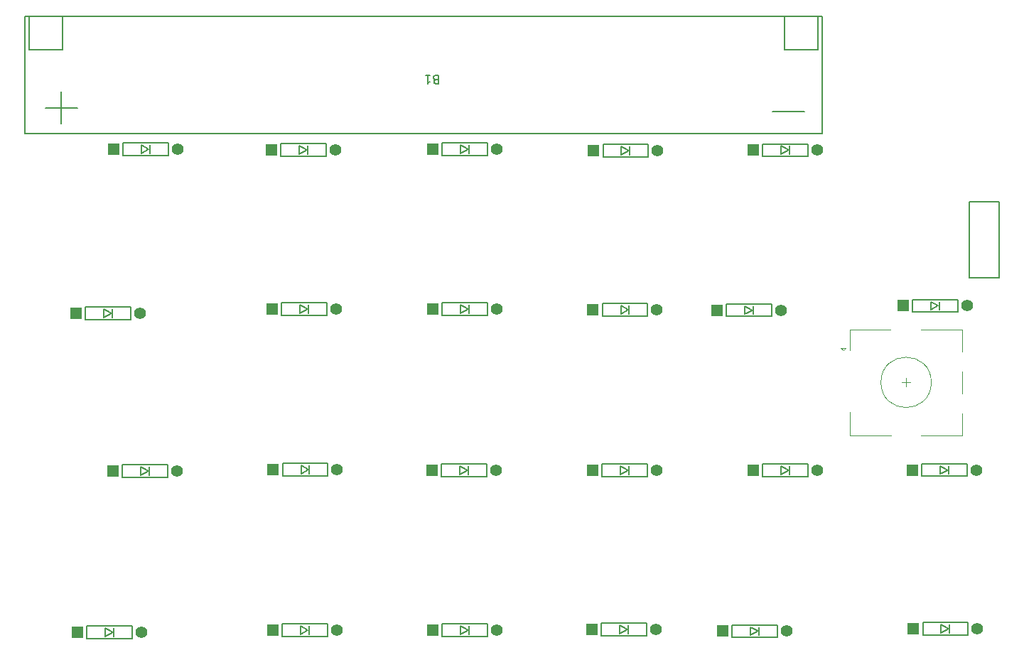
<source format=gbr>
%TF.GenerationSoftware,KiCad,Pcbnew,8.0.7*%
%TF.CreationDate,2025-02-15T16:26:46+09:00*%
%TF.ProjectId,cool642tb_L,636f6f6c-3634-4327-9462-5f4c2e6b6963,rev?*%
%TF.SameCoordinates,Original*%
%TF.FileFunction,Legend,Top*%
%TF.FilePolarity,Positive*%
%FSLAX46Y46*%
G04 Gerber Fmt 4.6, Leading zero omitted, Abs format (unit mm)*
G04 Created by KiCad (PCBNEW 8.0.7) date 2025-02-15 16:26:46*
%MOMM*%
%LPD*%
G01*
G04 APERTURE LIST*
%ADD10C,0.150000*%
%ADD11C,0.120000*%
%ADD12R,1.397000X1.397000*%
%ADD13C,1.397000*%
G04 APERTURE END LIST*
D10*
X39324761Y16891009D02*
X39181904Y16938628D01*
X39181904Y16938628D02*
X39134285Y16986247D01*
X39134285Y16986247D02*
X39086666Y17081485D01*
X39086666Y17081485D02*
X39086666Y17224342D01*
X39086666Y17224342D02*
X39134285Y17319580D01*
X39134285Y17319580D02*
X39181904Y17367200D01*
X39181904Y17367200D02*
X39277142Y17414819D01*
X39277142Y17414819D02*
X39658094Y17414819D01*
X39658094Y17414819D02*
X39658094Y16414819D01*
X39658094Y16414819D02*
X39324761Y16414819D01*
X39324761Y16414819D02*
X39229523Y16462438D01*
X39229523Y16462438D02*
X39181904Y16510057D01*
X39181904Y16510057D02*
X39134285Y16605295D01*
X39134285Y16605295D02*
X39134285Y16700533D01*
X39134285Y16700533D02*
X39181904Y16795771D01*
X39181904Y16795771D02*
X39229523Y16843390D01*
X39229523Y16843390D02*
X39324761Y16891009D01*
X39324761Y16891009D02*
X39658094Y16891009D01*
X38134285Y17414819D02*
X38705713Y17414819D01*
X38419999Y17414819D02*
X38419999Y16414819D01*
X38419999Y16414819D02*
X38515237Y16557676D01*
X38515237Y16557676D02*
X38610475Y16652914D01*
X38610475Y16652914D02*
X38705713Y16700533D01*
X83300839Y13135533D02*
X79491316Y13135533D01*
X-3369160Y13565533D02*
X-7178684Y13565533D01*
X-5273922Y15470295D02*
X-5273922Y11660771D01*
%TO.C,D3*%
X2000000Y-28970000D02*
X2000000Y-30470000D01*
X2000000Y-30470000D02*
X7400000Y-30470000D01*
X4200000Y-29220000D02*
X5100000Y-29720000D01*
X4200000Y-30220000D02*
X4200000Y-29220000D01*
X5100000Y-29720000D02*
X4200000Y-30220000D01*
X5200000Y-30220000D02*
X5200000Y-29220000D01*
X7400000Y-28970000D02*
X2000000Y-28970000D01*
X7400000Y-30470000D02*
X7400000Y-28970000D01*
%TO.C,B1*%
X-5080000Y20460000D02*
X-9080000Y20460000D01*
X-9080000Y24460000D01*
X-5080000Y24460000D01*
X-5080000Y20460000D01*
X84920000Y20460000D02*
X80920000Y20460000D01*
X80920000Y24460000D01*
X84920000Y24460000D01*
X84920000Y20460000D01*
X85420000Y10460000D02*
X-9580000Y10460000D01*
X-9580000Y24460000D01*
X85420000Y24460000D01*
X85420000Y10460000D01*
%TO.C,D13*%
X59280000Y9230000D02*
X59280000Y7730000D01*
X59280000Y7730000D02*
X64680000Y7730000D01*
X61480000Y8980000D02*
X62380000Y8480000D01*
X61480000Y7980000D02*
X61480000Y8980000D01*
X62380000Y8480000D02*
X61480000Y7980000D01*
X62480000Y7980000D02*
X62480000Y8980000D01*
X64680000Y9230000D02*
X59280000Y9230000D01*
X64680000Y7730000D02*
X64680000Y9230000D01*
%TO.C,D10*%
X40110000Y-9670000D02*
X40110000Y-11170000D01*
X40110000Y-11170000D02*
X45510000Y-11170000D01*
X42310000Y-9920000D02*
X43210000Y-10420000D01*
X42310000Y-10920000D02*
X42310000Y-9920000D01*
X43210000Y-10420000D02*
X42310000Y-10920000D01*
X43310000Y-10920000D02*
X43310000Y-9920000D01*
X45510000Y-9670000D02*
X40110000Y-9670000D01*
X45510000Y-11170000D02*
X45510000Y-9670000D01*
%TO.C,D19*%
X78300000Y-28880000D02*
X78300000Y-30380000D01*
X78300000Y-30380000D02*
X83700000Y-30380000D01*
X80500000Y-29130000D02*
X81400000Y-29630000D01*
X80500000Y-30130000D02*
X80500000Y-29130000D01*
X81400000Y-29630000D02*
X80500000Y-30130000D01*
X81500000Y-30130000D02*
X81500000Y-29130000D01*
X83700000Y-28880000D02*
X78300000Y-28880000D01*
X83700000Y-30380000D02*
X83700000Y-28880000D01*
%TO.C,D16*%
X59070000Y-47850000D02*
X59070000Y-49350000D01*
X59070000Y-49350000D02*
X64470000Y-49350000D01*
X61270000Y-48100000D02*
X62170000Y-48600000D01*
X61270000Y-49100000D02*
X61270000Y-48100000D01*
X62170000Y-48600000D02*
X61270000Y-49100000D01*
X62270000Y-49100000D02*
X62270000Y-48100000D01*
X64470000Y-47850000D02*
X59070000Y-47850000D01*
X64470000Y-49350000D02*
X64470000Y-47850000D01*
%TO.C,D7*%
X21100000Y-28820000D02*
X21100000Y-30320000D01*
X21100000Y-30320000D02*
X26500000Y-30320000D01*
X23300000Y-29070000D02*
X24200000Y-29570000D01*
X23300000Y-30070000D02*
X23300000Y-29070000D01*
X24200000Y-29570000D02*
X23300000Y-30070000D01*
X24300000Y-30070000D02*
X24300000Y-29070000D01*
X26500000Y-28820000D02*
X21100000Y-28820000D01*
X26500000Y-30320000D02*
X26500000Y-28820000D01*
%TO.C,D21*%
X96135000Y-9290000D02*
X96135000Y-10790000D01*
X96135000Y-10790000D02*
X101535000Y-10790000D01*
X98335000Y-9540000D02*
X99235000Y-10040000D01*
X98335000Y-10540000D02*
X98335000Y-9540000D01*
X99235000Y-10040000D02*
X98335000Y-10540000D01*
X99335000Y-10540000D02*
X99335000Y-9540000D01*
X101535000Y-9290000D02*
X96135000Y-9290000D01*
X101535000Y-10790000D02*
X101535000Y-9290000D01*
%TO.C,D14*%
X59200000Y-9740000D02*
X59200000Y-11240000D01*
X59200000Y-11240000D02*
X64600000Y-11240000D01*
X61400000Y-9990000D02*
X62300000Y-10490000D01*
X61400000Y-10990000D02*
X61400000Y-9990000D01*
X62300000Y-10490000D02*
X61400000Y-10990000D01*
X62400000Y-10990000D02*
X62400000Y-9990000D01*
X64600000Y-9740000D02*
X59200000Y-9740000D01*
X64600000Y-11240000D02*
X64600000Y-9740000D01*
%TO.C,D18*%
X73965000Y-9800000D02*
X73965000Y-11300000D01*
X73965000Y-11300000D02*
X79365000Y-11300000D01*
X76165000Y-10050000D02*
X77065000Y-10550000D01*
X76165000Y-11050000D02*
X76165000Y-10050000D01*
X77065000Y-10550000D02*
X76165000Y-11050000D01*
X77165000Y-11050000D02*
X77165000Y-10050000D01*
X79365000Y-9800000D02*
X73965000Y-9800000D01*
X79365000Y-11300000D02*
X79365000Y-9800000D01*
%TO.C,D5*%
X20880000Y9270000D02*
X20880000Y7770000D01*
X20880000Y7770000D02*
X26280000Y7770000D01*
X23080000Y9020000D02*
X23980000Y8520000D01*
X23080000Y8020000D02*
X23080000Y9020000D01*
X23980000Y8520000D02*
X23080000Y8020000D01*
X24080000Y8020000D02*
X24080000Y9020000D01*
X26280000Y9270000D02*
X20880000Y9270000D01*
X26280000Y7770000D02*
X26280000Y9270000D01*
%TO.C,D9*%
X40120000Y9360000D02*
X40120000Y7860000D01*
X40120000Y7860000D02*
X45520000Y7860000D01*
X42320000Y9110000D02*
X43220000Y8610000D01*
X42320000Y8110000D02*
X42320000Y9110000D01*
X43220000Y8610000D02*
X42320000Y8110000D01*
X43320000Y8110000D02*
X43320000Y9110000D01*
X45520000Y9360000D02*
X40120000Y9360000D01*
X45520000Y7860000D02*
X45520000Y9360000D01*
%TO.C,D8*%
X21030000Y-47920000D02*
X21030000Y-49420000D01*
X21030000Y-49420000D02*
X26430000Y-49420000D01*
X23230000Y-48170000D02*
X24130000Y-48670000D01*
X23230000Y-49170000D02*
X23230000Y-48170000D01*
X24130000Y-48670000D02*
X23230000Y-49170000D01*
X24230000Y-49170000D02*
X24230000Y-48170000D01*
X26430000Y-47920000D02*
X21030000Y-47920000D01*
X26430000Y-49420000D02*
X26430000Y-47920000D01*
%TO.C,D23*%
X97380000Y-47760000D02*
X97380000Y-49260000D01*
X97380000Y-49260000D02*
X102780000Y-49260000D01*
X99580000Y-48010000D02*
X100480000Y-48510000D01*
X99580000Y-49010000D02*
X99580000Y-48010000D01*
X100480000Y-48510000D02*
X99580000Y-49010000D01*
X100580000Y-49010000D02*
X100580000Y-48010000D01*
X102780000Y-47760000D02*
X97380000Y-47760000D01*
X102780000Y-49260000D02*
X102780000Y-47760000D01*
%TO.C,D11*%
X40010000Y-28900000D02*
X40010000Y-30400000D01*
X40010000Y-30400000D02*
X45410000Y-30400000D01*
X42210000Y-29150000D02*
X43110000Y-29650000D01*
X42210000Y-30150000D02*
X42210000Y-29150000D01*
X43110000Y-29650000D02*
X42210000Y-30150000D01*
X43210000Y-30150000D02*
X43210000Y-29150000D01*
X45410000Y-28900000D02*
X40010000Y-28900000D01*
X45410000Y-30400000D02*
X45410000Y-28900000D01*
D11*
%TO.C,SW21*%
X87600000Y-15060000D02*
X88200000Y-15060000D01*
X87900000Y-15360000D02*
X87600000Y-15060000D01*
X88200000Y-15060000D02*
X87900000Y-15360000D01*
X88700000Y-12860000D02*
X88700000Y-15360000D01*
X88700000Y-25460000D02*
X88700000Y-22660000D01*
X93500000Y-12860000D02*
X88700000Y-12860000D01*
X93600000Y-25460000D02*
X88700000Y-25460000D01*
X94900000Y-19160000D02*
X95900000Y-19160000D01*
X95400000Y-18660000D02*
X95400000Y-19660000D01*
X97200000Y-12860000D02*
X102100000Y-12860000D01*
X102100000Y-12860000D02*
X102100000Y-15460000D01*
X102100000Y-17860000D02*
X102100000Y-20460000D01*
X102100000Y-22860000D02*
X102100000Y-25460000D01*
X102100000Y-25460000D02*
X97200000Y-25460000D01*
X98400000Y-19160000D02*
G75*
G02*
X92400000Y-19160000I-3000000J0D01*
G01*
X92400000Y-19160000D02*
G75*
G02*
X98400000Y-19160000I3000000J0D01*
G01*
D10*
%TO.C,D6*%
X21000000Y-9670000D02*
X21000000Y-11170000D01*
X21000000Y-11170000D02*
X26400000Y-11170000D01*
X23200000Y-9920000D02*
X24100000Y-10420000D01*
X23200000Y-10920000D02*
X23200000Y-9920000D01*
X24100000Y-10420000D02*
X23200000Y-10920000D01*
X24200000Y-10920000D02*
X24200000Y-9920000D01*
X26400000Y-9670000D02*
X21000000Y-9670000D01*
X26400000Y-11170000D02*
X26400000Y-9670000D01*
%TO.C,SW24*%
X102940000Y2340000D02*
X106440000Y2340000D01*
X102940000Y-6660000D02*
X102940000Y2340000D01*
X106440000Y2340000D02*
X106440000Y-6660000D01*
X106440000Y-6660000D02*
X102940000Y-6660000D01*
%TO.C,D15*%
X59150000Y-28870000D02*
X59150000Y-30370000D01*
X59150000Y-30370000D02*
X64550000Y-30370000D01*
X61350000Y-29120000D02*
X62250000Y-29620000D01*
X61350000Y-30120000D02*
X61350000Y-29120000D01*
X62250000Y-29620000D02*
X61350000Y-30120000D01*
X62350000Y-30120000D02*
X62350000Y-29120000D01*
X64550000Y-28870000D02*
X59150000Y-28870000D01*
X64550000Y-30370000D02*
X64550000Y-28870000D01*
%TO.C,D2*%
X-2390000Y-10170000D02*
X-2390000Y-11670000D01*
X-2390000Y-11670000D02*
X3010000Y-11670000D01*
X-190000Y-10420000D02*
X710000Y-10920000D01*
X-190000Y-11420000D02*
X-190000Y-10420000D01*
X710000Y-10920000D02*
X-190000Y-11420000D01*
X810000Y-11420000D02*
X810000Y-10420000D01*
X3010000Y-10170000D02*
X-2390000Y-10170000D01*
X3010000Y-11670000D02*
X3010000Y-10170000D01*
%TO.C,D12*%
X40100000Y-47940000D02*
X40100000Y-49440000D01*
X40100000Y-49440000D02*
X45500000Y-49440000D01*
X42300000Y-48190000D02*
X43200000Y-48690000D01*
X42300000Y-49190000D02*
X42300000Y-48190000D01*
X43200000Y-48690000D02*
X42300000Y-49190000D01*
X43300000Y-49190000D02*
X43300000Y-48190000D01*
X45500000Y-47940000D02*
X40100000Y-47940000D01*
X45500000Y-49440000D02*
X45500000Y-47940000D01*
%TO.C,D4*%
X-2190000Y-48220000D02*
X-2190000Y-49720000D01*
X-2190000Y-49720000D02*
X3210000Y-49720000D01*
X10000Y-48470000D02*
X910000Y-48970000D01*
X10000Y-49470000D02*
X10000Y-48470000D01*
X910000Y-48970000D02*
X10000Y-49470000D01*
X1010000Y-49470000D02*
X1010000Y-48470000D01*
X3210000Y-48220000D02*
X-2190000Y-48220000D01*
X3210000Y-49720000D02*
X3210000Y-48220000D01*
%TO.C,D1*%
X2070000Y9400000D02*
X2070000Y7900000D01*
X2070000Y7900000D02*
X7470000Y7900000D01*
X4270000Y9150000D02*
X5170000Y8650000D01*
X4270000Y8150000D02*
X4270000Y9150000D01*
X5170000Y8650000D02*
X4270000Y8150000D01*
X5270000Y8150000D02*
X5270000Y9150000D01*
X7470000Y9400000D02*
X2070000Y9400000D01*
X7470000Y7900000D02*
X7470000Y9400000D01*
%TO.C,D17*%
X78305000Y9260000D02*
X78305000Y7760000D01*
X78305000Y7760000D02*
X83705000Y7760000D01*
X80505000Y9010000D02*
X81405000Y8510000D01*
X80505000Y8010000D02*
X80505000Y9010000D01*
X81405000Y8510000D02*
X80505000Y8010000D01*
X81505000Y8010000D02*
X81505000Y9010000D01*
X83705000Y9260000D02*
X78305000Y9260000D01*
X83705000Y7760000D02*
X83705000Y9260000D01*
%TO.C,D22*%
X97280000Y-28850000D02*
X97280000Y-30350000D01*
X97280000Y-30350000D02*
X102680000Y-30350000D01*
X99480000Y-29100000D02*
X100380000Y-29600000D01*
X99480000Y-30100000D02*
X99480000Y-29100000D01*
X100380000Y-29600000D02*
X99480000Y-30100000D01*
X100480000Y-30100000D02*
X100480000Y-29100000D01*
X102680000Y-28850000D02*
X97280000Y-28850000D01*
X102680000Y-30350000D02*
X102680000Y-28850000D01*
%TO.C,D20*%
X74650000Y-48060000D02*
X74650000Y-49560000D01*
X74650000Y-49560000D02*
X80050000Y-49560000D01*
X76850000Y-48310000D02*
X77750000Y-48810000D01*
X76850000Y-49310000D02*
X76850000Y-48310000D01*
X77750000Y-48810000D02*
X76850000Y-49310000D01*
X77850000Y-49310000D02*
X77850000Y-48310000D01*
X80050000Y-48060000D02*
X74650000Y-48060000D01*
X80050000Y-49560000D02*
X80050000Y-48060000D01*
%TD*%
D12*
%TO.C,D3*%
X890000Y-29720000D03*
D13*
X8510000Y-29720000D03*
%TD*%
D12*
%TO.C,D13*%
X58170000Y8480000D03*
D13*
X65790000Y8480000D03*
%TD*%
D12*
%TO.C,D10*%
X39000000Y-10420000D03*
D13*
X46620000Y-10420000D03*
%TD*%
D12*
%TO.C,D19*%
X77190000Y-29630000D03*
D13*
X84810000Y-29630000D03*
%TD*%
D12*
%TO.C,D16*%
X57960000Y-48600000D03*
D13*
X65580000Y-48600000D03*
%TD*%
D12*
%TO.C,D7*%
X19990000Y-29570000D03*
D13*
X27610000Y-29570000D03*
%TD*%
D12*
%TO.C,D21*%
X95025000Y-10040000D03*
D13*
X102645000Y-10040000D03*
%TD*%
D12*
%TO.C,D14*%
X58090000Y-10490000D03*
D13*
X65710000Y-10490000D03*
%TD*%
D12*
%TO.C,D18*%
X72855000Y-10550000D03*
D13*
X80475000Y-10550000D03*
%TD*%
D12*
%TO.C,D5*%
X19770000Y8520000D03*
D13*
X27390000Y8520000D03*
%TD*%
D12*
%TO.C,D9*%
X39010000Y8610000D03*
D13*
X46630000Y8610000D03*
%TD*%
D12*
%TO.C,D8*%
X19920000Y-48670000D03*
D13*
X27540000Y-48670000D03*
%TD*%
D12*
%TO.C,D23*%
X96270000Y-48510000D03*
D13*
X103890000Y-48510000D03*
%TD*%
D12*
%TO.C,D11*%
X38900000Y-29650000D03*
D13*
X46520000Y-29650000D03*
%TD*%
D12*
%TO.C,D6*%
X19890000Y-10420000D03*
D13*
X27510000Y-10420000D03*
%TD*%
D12*
%TO.C,D15*%
X58040000Y-29620000D03*
D13*
X65660000Y-29620000D03*
%TD*%
D12*
%TO.C,D2*%
X-3500000Y-10920000D03*
D13*
X4120000Y-10920000D03*
%TD*%
D12*
%TO.C,D12*%
X38990000Y-48690000D03*
D13*
X46610000Y-48690000D03*
%TD*%
D12*
%TO.C,D4*%
X-3300000Y-48970000D03*
D13*
X4320000Y-48970000D03*
%TD*%
D12*
%TO.C,D1*%
X960000Y8650000D03*
D13*
X8580000Y8650000D03*
%TD*%
D12*
%TO.C,D17*%
X77195000Y8510000D03*
D13*
X84815000Y8510000D03*
%TD*%
D12*
%TO.C,D22*%
X96170000Y-29600000D03*
D13*
X103790000Y-29600000D03*
%TD*%
D12*
%TO.C,D20*%
X73540000Y-48810000D03*
D13*
X81160000Y-48810000D03*
%TD*%
M02*

</source>
